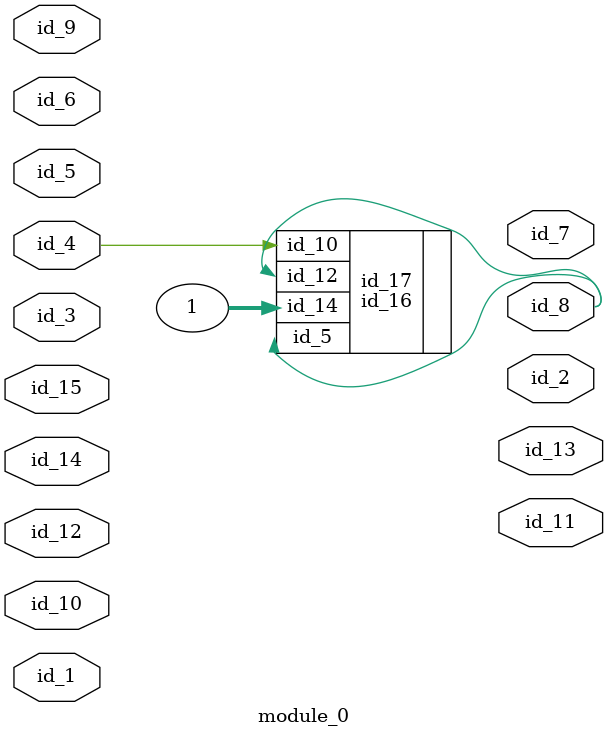
<source format=v>
module module_0 (
    id_1,
    id_2,
    id_3,
    id_4,
    id_5,
    id_6,
    id_7,
    id_8,
    id_9,
    id_10,
    id_11,
    id_12,
    id_13,
    id_14,
    id_15
);
  input id_15;
  input id_14;
  output id_13;
  input id_12;
  output id_11;
  input id_10;
  input id_9;
  output id_8;
  output id_7;
  input id_6;
  input id_5;
  input id_4;
  input id_3;
  output id_2;
  input id_1;
  id_16 id_17 (
      .id_10(id_4),
      .id_14(1),
      .id_12(id_8),
      .id_5 (id_8)
  );
endmodule

</source>
